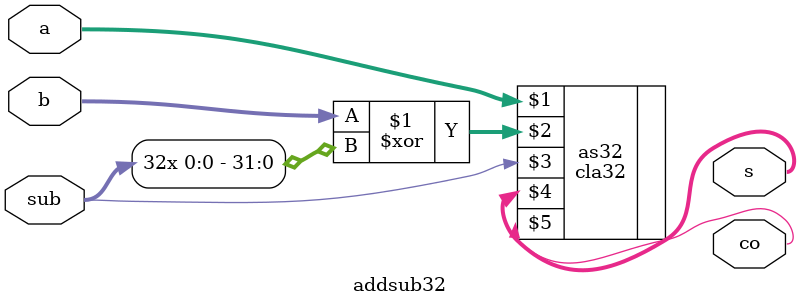
<source format=v>
`timescale 1ns / 1ps

module addsub32 (a, b, sub, s, co);
	input [31:0] a, b;
	input sub;
	output [31:0] s;
	output co;
	cla32 as32 (a, b^{32{sub}}, sub, s, co);
endmodule

</source>
